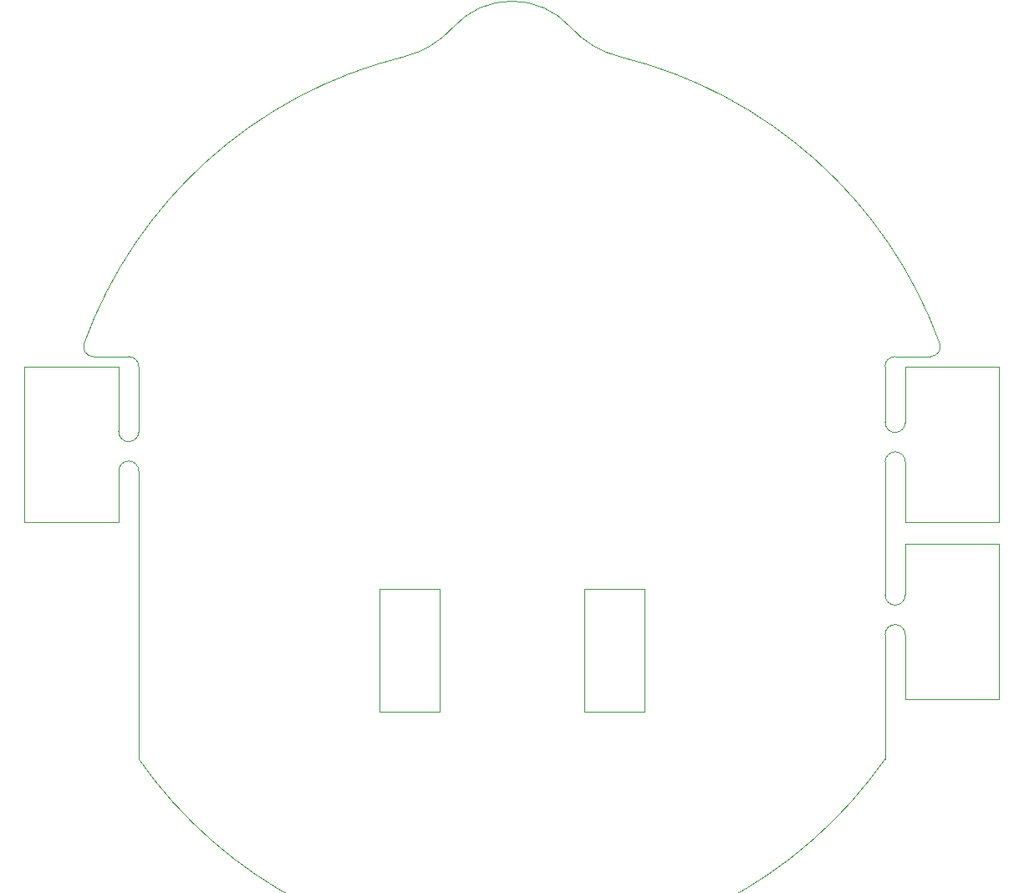
<source format=gbr>
%TF.GenerationSoftware,KiCad,Pcbnew,8.0.1*%
%TF.CreationDate,2024-04-29T04:15:04+02:00*%
%TF.ProjectId,PAMI-Power_Board,50414d49-2d50-46f7-9765-725f426f6172,rev?*%
%TF.SameCoordinates,Original*%
%TF.FileFunction,Profile,NP*%
%FSLAX46Y46*%
G04 Gerber Fmt 4.6, Leading zero omitted, Abs format (unit mm)*
G04 Created by KiCad (PCBNEW 8.0.1) date 2024-04-29 04:15:04*
%MOMM*%
%LPD*%
G01*
G04 APERTURE LIST*
%TA.AperFunction,Profile*%
%ADD10C,0.050000*%
%TD*%
G04 APERTURE END LIST*
D10*
X185972157Y-118508353D02*
G75*
G02*
X110387842Y-118508352I-37792157J26396073D01*
G01*
X109387845Y-77716200D02*
G75*
G02*
X110387800Y-78716199I-45J-1000000D01*
G01*
X108344851Y-94520040D02*
X98824851Y-94520040D01*
X140887844Y-101244256D02*
X134787844Y-101244256D01*
X197540000Y-112460000D02*
X197540000Y-96690000D01*
X188020000Y-96690000D02*
X197540000Y-96690000D01*
X185979999Y-88399903D02*
G75*
G02*
X188020000Y-88400000I1020001J9903D01*
G01*
X134787844Y-113744256D02*
X140887844Y-113744256D01*
X98824851Y-78750040D02*
X108344851Y-78750040D01*
X142239361Y-44327812D02*
G75*
G02*
X137196268Y-47342224I-7425761J6697512D01*
G01*
X108344998Y-89330043D02*
X108344851Y-94520040D01*
X185980000Y-101870000D02*
X185979999Y-88399903D01*
X188020000Y-94530000D02*
X188020000Y-88400000D01*
X188020000Y-94530000D02*
X197540000Y-94530000D01*
X159163733Y-47342225D02*
G75*
G02*
X191508203Y-76374801I-10983733J-44770075D01*
G01*
X197540000Y-78760000D02*
X188020000Y-78760000D01*
X197540000Y-94530000D02*
X197540000Y-78760000D01*
X197540000Y-112460000D02*
X188020000Y-112460000D01*
X108344851Y-78750040D02*
X108344998Y-85310043D01*
X155472157Y-101244256D02*
X155472157Y-113744256D01*
X188020000Y-84380000D02*
G75*
G02*
X185980147Y-84370003I-1020000J-10000D01*
G01*
X188019853Y-101879997D02*
X188020000Y-96690000D01*
X105791733Y-77716200D02*
X109387845Y-77716200D01*
X186979646Y-77716200D02*
X190568263Y-77716200D01*
X104851811Y-76374806D02*
G75*
G02*
X137196267Y-47342221I43328189J-15737464D01*
G01*
X188019853Y-101879997D02*
G75*
G02*
X185980094Y-101870002I-1019953J-10003D01*
G01*
X161572157Y-101244256D02*
X155472157Y-101244256D01*
X159163733Y-47342225D02*
G75*
G02*
X154120648Y-44327805I2382867J9712225D01*
G01*
X140887844Y-113744256D02*
X140887844Y-101244256D01*
X155472157Y-113744256D02*
X161572157Y-113744256D01*
X134787844Y-101244256D02*
X134787844Y-113744256D01*
X185972157Y-118508353D02*
X185979852Y-105899900D01*
X110387844Y-78716199D02*
X110384999Y-85310140D01*
X185979852Y-105899900D02*
G75*
G02*
X188019947Y-105899998I1020048J9900D01*
G01*
X185972157Y-78716178D02*
G75*
G02*
X186979646Y-77716185I1000043J-22D01*
G01*
X105791733Y-77716200D02*
G75*
G02*
X104851783Y-76374796I-33J1000000D01*
G01*
X188020000Y-112460000D02*
X188019853Y-105899997D01*
X98824851Y-78750040D02*
X98824851Y-94520040D01*
X191508189Y-76374806D02*
G75*
G02*
X190568263Y-77716171I-939889J-341394D01*
G01*
X161572157Y-113744256D02*
X161572157Y-101244256D01*
X110384851Y-89340040D02*
X110387844Y-118508351D01*
X185972157Y-78716178D02*
X185980000Y-84370000D01*
X108344998Y-89330043D02*
G75*
G02*
X110384854Y-89340040I1020002J10043D01*
G01*
X142239361Y-44327812D02*
G75*
G02*
X154120640Y-44327812I5940640J-5358058D01*
G01*
X110384998Y-85310140D02*
G75*
G02*
X108345003Y-85310043I-1019998J-9860D01*
G01*
X188020000Y-78760000D02*
X188020000Y-84380000D01*
M02*

</source>
